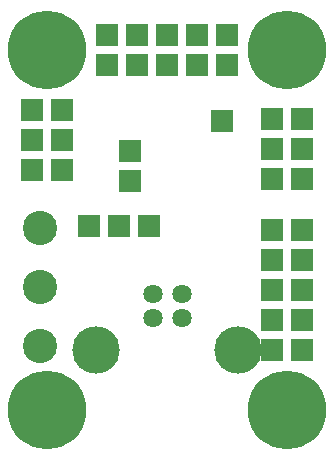
<source format=gbr>
G75*
G70*
%OFA0B0*%
%FSLAX24Y24*%
%IPPOS*%
%LPD*%
%AMOC8*
5,1,8,0,0,1.08239X$1,22.5*
%
%ADD10C,0.1143*%
%ADD11C,0.0642*%
%ADD12C,0.1580*%
%ADD13R,0.0730X0.0730*%
%ADD14C,0.2620*%
D10*
X002160Y004544D03*
X002160Y006512D03*
X002160Y008481D03*
D11*
X005918Y006260D03*
X005918Y005473D03*
X006902Y005473D03*
X006902Y006260D03*
D12*
X008772Y004410D03*
X004048Y004410D03*
D13*
X003785Y008535D03*
X004785Y008535D03*
X005785Y008535D03*
X005160Y010035D03*
X005160Y011035D03*
X002910Y011410D03*
X002910Y012410D03*
X001910Y012410D03*
X001910Y011410D03*
X001910Y010410D03*
X002910Y010410D03*
X004410Y013910D03*
X004410Y014910D03*
X005410Y014910D03*
X005410Y013910D03*
X006410Y013910D03*
X006410Y014910D03*
X007410Y014910D03*
X007410Y013910D03*
X008410Y013910D03*
X008410Y014910D03*
X009910Y012098D03*
X009910Y011098D03*
X009910Y010098D03*
X010910Y010098D03*
X010910Y011098D03*
X010910Y012098D03*
X008223Y012035D03*
X009910Y008410D03*
X009910Y007410D03*
X009910Y006410D03*
X009910Y005410D03*
X009910Y004410D03*
X010910Y004410D03*
X010910Y005410D03*
X010910Y006410D03*
X010910Y007410D03*
X010910Y008410D03*
D14*
X002410Y002410D03*
X010410Y002410D03*
X010410Y014410D03*
X002410Y014410D03*
M02*

</source>
